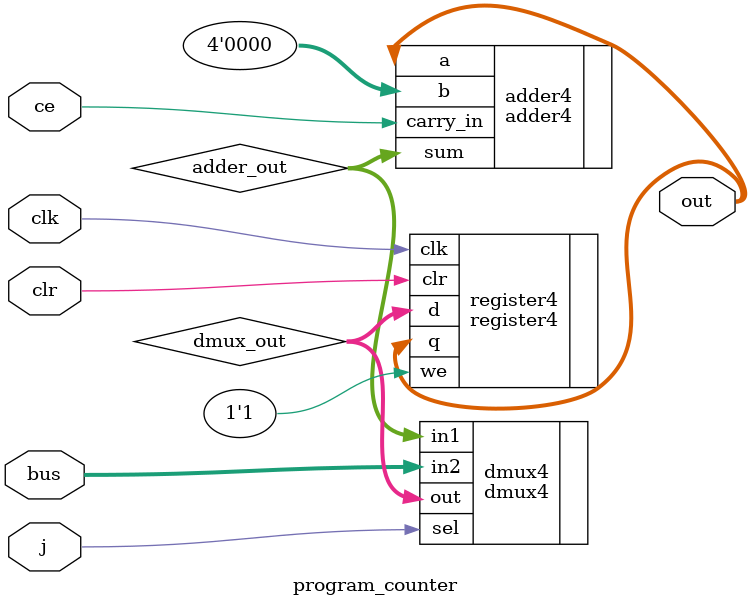
<source format=v>
module program_counter(
		input [3:0] bus,
		input clk,
		input clr,
		input ce,
		input j,		
		output [3:0] out
	);

	wire [3:0] adder_out;
	wire [3:0] dmux_out;

	dmux4 dmux4(
		.in1(adder_out),
		.in2(bus),
		.sel(j),
		.out(dmux_out)
	);

	register4 register4(
		.d(dmux_out),
		.clr(clr),
		.clk(clk),
		.we(1'd1),
		.q(out)
	);

	adder4 adder4(
		.a(out),
		.b(4'd0),
		.carry_in(ce),
		.sum(adder_out)
	);

endmodule
</source>
